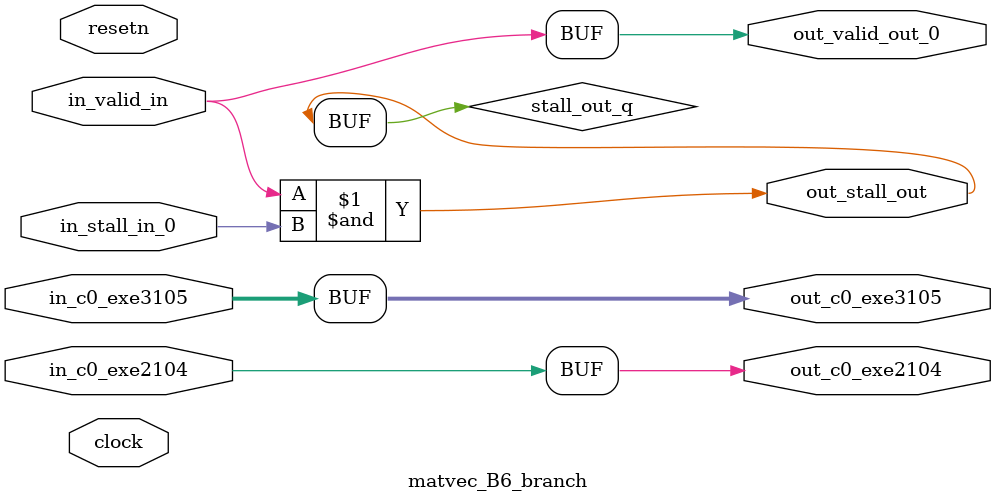
<source format=sv>



(* altera_attribute = "-name AUTO_SHIFT_REGISTER_RECOGNITION OFF; -name MESSAGE_DISABLE 10036; -name MESSAGE_DISABLE 10037; -name MESSAGE_DISABLE 14130; -name MESSAGE_DISABLE 14320; -name MESSAGE_DISABLE 15400; -name MESSAGE_DISABLE 14130; -name MESSAGE_DISABLE 10036; -name MESSAGE_DISABLE 12020; -name MESSAGE_DISABLE 12030; -name MESSAGE_DISABLE 12010; -name MESSAGE_DISABLE 12110; -name MESSAGE_DISABLE 14320; -name MESSAGE_DISABLE 13410; -name MESSAGE_DISABLE 113007; -name MESSAGE_DISABLE 10958" *)
module matvec_B6_branch (
    input wire [0:0] in_c0_exe2104,
    input wire [31:0] in_c0_exe3105,
    input wire [0:0] in_stall_in_0,
    input wire [0:0] in_valid_in,
    output wire [0:0] out_c0_exe2104,
    output wire [31:0] out_c0_exe3105,
    output wire [0:0] out_stall_out,
    output wire [0:0] out_valid_out_0,
    input wire clock,
    input wire resetn
    );

    wire [0:0] stall_out_q;


    // out_c0_exe2104(GPOUT,6)
    assign out_c0_exe2104 = in_c0_exe2104;

    // out_c0_exe3105(GPOUT,7)
    assign out_c0_exe3105 = in_c0_exe3105;

    // stall_out(LOGICAL,10)
    assign stall_out_q = in_valid_in & in_stall_in_0;

    // out_stall_out(GPOUT,8)
    assign out_stall_out = stall_out_q;

    // out_valid_out_0(GPOUT,9)
    assign out_valid_out_0 = in_valid_in;

endmodule

</source>
